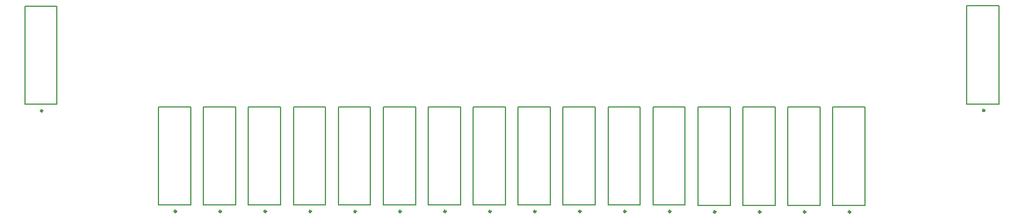
<source format=gbr>
G04 #@! TF.GenerationSoftware,KiCad,Pcbnew,(6.0.2)*
G04 #@! TF.CreationDate,2022-03-07T23:40:54-05:00*
G04 #@! TF.ProjectId,BBB_16,4242425f-3136-42e6-9b69-6361645f7063,v2*
G04 #@! TF.SameCoordinates,Original*
G04 #@! TF.FileFunction,Other,ECO2*
%FSLAX46Y46*%
G04 Gerber Fmt 4.6, Leading zero omitted, Abs format (unit mm)*
G04 Created by KiCad (PCBNEW (6.0.2)) date 2022-03-07 23:40:54*
%MOMM*%
%LPD*%
G01*
G04 APERTURE LIST*
%ADD10C,0.127000*%
%ADD11C,0.300000*%
G04 APERTURE END LIST*
D10*
X71882600Y-121938600D02*
X76682600Y-121938600D01*
X76682600Y-121938600D02*
X76682600Y-136638600D01*
X76682600Y-136638600D02*
X71882600Y-136638600D01*
X71882600Y-136638600D02*
X71882600Y-121938600D01*
D11*
X74524020Y-137588600D02*
G75*
G03*
X74524020Y-137588600I-141420J0D01*
G01*
D10*
X91822600Y-151688600D02*
X91822600Y-136988600D01*
X96622600Y-136988600D02*
X96622600Y-151688600D01*
X96622600Y-151688600D02*
X91822600Y-151688600D01*
X91822600Y-136988600D02*
X96622600Y-136988600D01*
D11*
X94464020Y-152638600D02*
G75*
G03*
X94464020Y-152638600I-141420J0D01*
G01*
D10*
X132025198Y-151698600D02*
X132025198Y-136998600D01*
X132025198Y-136998600D02*
X136825198Y-136998600D01*
X136825198Y-136998600D02*
X136825198Y-151698600D01*
X136825198Y-151698600D02*
X132025198Y-151698600D01*
D11*
X134666618Y-152648600D02*
G75*
G03*
X134666618Y-152648600I-141420J0D01*
G01*
D10*
X178928229Y-137063600D02*
X183728229Y-137063600D01*
X183728229Y-151763600D02*
X178928229Y-151763600D01*
X183728229Y-137063600D02*
X183728229Y-151763600D01*
X178928229Y-151763600D02*
X178928229Y-137063600D01*
D11*
X181569649Y-152713600D02*
G75*
G03*
X181569649Y-152713600I-141420J0D01*
G01*
D10*
X98523033Y-151703600D02*
X98523033Y-137003600D01*
X103323033Y-137003600D02*
X103323033Y-151703600D01*
X98523033Y-137003600D02*
X103323033Y-137003600D01*
X103323033Y-151703600D02*
X98523033Y-151703600D01*
D11*
X101164453Y-152653600D02*
G75*
G03*
X101164453Y-152653600I-141420J0D01*
G01*
D10*
X130124765Y-136998600D02*
X130124765Y-151698600D01*
X130124765Y-151698600D02*
X125324765Y-151698600D01*
X125324765Y-151698600D02*
X125324765Y-136998600D01*
X125324765Y-136998600D02*
X130124765Y-136998600D01*
D11*
X127966185Y-152648600D02*
G75*
G03*
X127966185Y-152648600I-141420J0D01*
G01*
D10*
X138725631Y-136998600D02*
X143525631Y-136998600D01*
X143525631Y-136998600D02*
X143525631Y-151698600D01*
X143525631Y-151698600D02*
X138725631Y-151698600D01*
X138725631Y-151698600D02*
X138725631Y-136998600D01*
D11*
X141367051Y-152648600D02*
G75*
G03*
X141367051Y-152648600I-141420J0D01*
G01*
D10*
X145426064Y-136998600D02*
X150226064Y-136998600D01*
X150226064Y-151698600D02*
X145426064Y-151698600D01*
X145426064Y-151698600D02*
X145426064Y-136998600D01*
X150226064Y-136998600D02*
X150226064Y-151698600D01*
D11*
X148067484Y-152648600D02*
G75*
G03*
X148067484Y-152648600I-141420J0D01*
G01*
D10*
X152126497Y-136998600D02*
X156926497Y-136998600D01*
X156926497Y-136998600D02*
X156926497Y-151698600D01*
X156926497Y-151698600D02*
X152126497Y-151698600D01*
X152126497Y-151698600D02*
X152126497Y-136998600D01*
D11*
X154767917Y-152648600D02*
G75*
G03*
X154767917Y-152648600I-141420J0D01*
G01*
D10*
X197129100Y-151763600D02*
X192329100Y-151763600D01*
X192329100Y-151763600D02*
X192329100Y-137063600D01*
X197129100Y-137063600D02*
X197129100Y-151763600D01*
X192329100Y-137063600D02*
X197129100Y-137063600D01*
D11*
X194970520Y-152713600D02*
G75*
G03*
X194970520Y-152713600I-141420J0D01*
G01*
D10*
X123424332Y-151698600D02*
X118624332Y-151698600D01*
X118624332Y-136998600D02*
X123424332Y-136998600D01*
X118624332Y-151698600D02*
X118624332Y-136998600D01*
X123424332Y-136998600D02*
X123424332Y-151698600D01*
D11*
X121265752Y-152648600D02*
G75*
G03*
X121265752Y-152648600I-141420J0D01*
G01*
D10*
X105223466Y-137003600D02*
X110023466Y-137003600D01*
X105223466Y-151703600D02*
X105223466Y-137003600D01*
X110023466Y-137003600D02*
X110023466Y-151703600D01*
X110023466Y-151703600D02*
X105223466Y-151703600D01*
D11*
X107864886Y-152653600D02*
G75*
G03*
X107864886Y-152653600I-141420J0D01*
G01*
D10*
X177027796Y-151763600D02*
X172227796Y-151763600D01*
X172227796Y-151763600D02*
X172227796Y-137063600D01*
X172227796Y-137063600D02*
X177027796Y-137063600D01*
X177027796Y-137063600D02*
X177027796Y-151763600D01*
D11*
X174869216Y-152713600D02*
G75*
G03*
X174869216Y-152713600I-141420J0D01*
G01*
D10*
X158826930Y-151698600D02*
X158826930Y-136998600D01*
X163626930Y-151698600D02*
X158826930Y-151698600D01*
X163626930Y-136998600D02*
X163626930Y-151698600D01*
X158826930Y-136998600D02*
X163626930Y-136998600D01*
D11*
X161468350Y-152648600D02*
G75*
G03*
X161468350Y-152648600I-141420J0D01*
G01*
D10*
X111923899Y-151703600D02*
X111923899Y-137003600D01*
X111923899Y-137003600D02*
X116723899Y-137003600D01*
X116723899Y-137003600D02*
X116723899Y-151703600D01*
X116723899Y-151703600D02*
X111923899Y-151703600D01*
D11*
X114565319Y-152653600D02*
G75*
G03*
X114565319Y-152653600I-141420J0D01*
G01*
D10*
X190428662Y-151763600D02*
X185628662Y-151763600D01*
X185628662Y-137063600D02*
X190428662Y-137063600D01*
X185628662Y-151763600D02*
X185628662Y-137063600D01*
X190428662Y-137063600D02*
X190428662Y-151763600D01*
D11*
X188270082Y-152713600D02*
G75*
G03*
X188270082Y-152713600I-141420J0D01*
G01*
D10*
X170327363Y-136998600D02*
X170327363Y-151698600D01*
X170327363Y-151698600D02*
X165527363Y-151698600D01*
X165527363Y-136998600D02*
X170327363Y-136998600D01*
X165527363Y-151698600D02*
X165527363Y-136998600D01*
D11*
X168168783Y-152648600D02*
G75*
G03*
X168168783Y-152648600I-141420J0D01*
G01*
D10*
X212326000Y-121881800D02*
X217126000Y-121881800D01*
X217126000Y-136581800D02*
X212326000Y-136581800D01*
X217126000Y-121881800D02*
X217126000Y-136581800D01*
X212326000Y-136581800D02*
X212326000Y-121881800D01*
D11*
X214967420Y-137531800D02*
G75*
G03*
X214967420Y-137531800I-141420J0D01*
G01*
M02*

</source>
